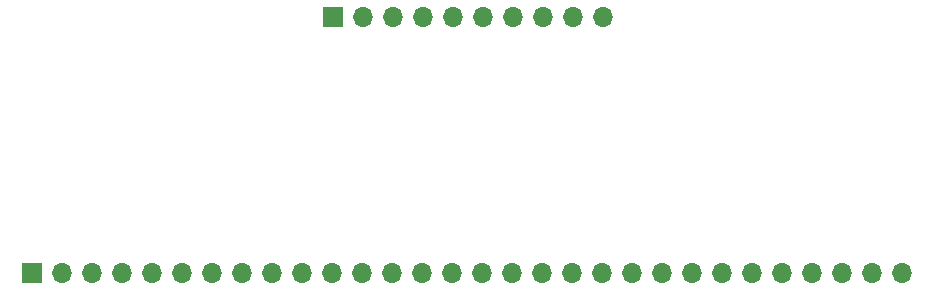
<source format=gbr>
%TF.GenerationSoftware,KiCad,Pcbnew,(5.1.10-1-10_14)*%
%TF.CreationDate,2021-09-30T16:16:12-04:00*%
%TF.ProjectId,bus-controller,6275732d-636f-46e7-9472-6f6c6c65722e,rev?*%
%TF.SameCoordinates,Original*%
%TF.FileFunction,Soldermask,Bot*%
%TF.FilePolarity,Negative*%
%FSLAX46Y46*%
G04 Gerber Fmt 4.6, Leading zero omitted, Abs format (unit mm)*
G04 Created by KiCad (PCBNEW (5.1.10-1-10_14)) date 2021-09-30 16:16:12*
%MOMM*%
%LPD*%
G01*
G04 APERTURE LIST*
%ADD10O,1.700000X1.700000*%
%ADD11R,1.700000X1.700000*%
G04 APERTURE END LIST*
D10*
%TO.C,J2*%
X160330000Y-110890000D03*
X157790000Y-110890000D03*
X155250000Y-110890000D03*
X152710000Y-110890000D03*
X150170000Y-110890000D03*
X147630000Y-110890000D03*
X145090000Y-110890000D03*
X142550000Y-110890000D03*
X140010000Y-110890000D03*
D11*
X137470000Y-110890000D03*
%TD*%
D10*
%TO.C,J1*%
X185674000Y-132580000D03*
X183134000Y-132580000D03*
X180594000Y-132580000D03*
X178054000Y-132580000D03*
X175514000Y-132580000D03*
X172974000Y-132580000D03*
X170434000Y-132580000D03*
X167894000Y-132580000D03*
X165354000Y-132580000D03*
X162814000Y-132580000D03*
X160274000Y-132580000D03*
X157734000Y-132580000D03*
X155194000Y-132580000D03*
X152654000Y-132580000D03*
X150114000Y-132580000D03*
X147574000Y-132580000D03*
X145034000Y-132580000D03*
X142494000Y-132580000D03*
X139954000Y-132580000D03*
X137414000Y-132580000D03*
X134874000Y-132580000D03*
X132334000Y-132580000D03*
X129794000Y-132580000D03*
X127254000Y-132580000D03*
X124714000Y-132580000D03*
X122174000Y-132580000D03*
X119634000Y-132580000D03*
X117094000Y-132580000D03*
X114554000Y-132580000D03*
D11*
X112014000Y-132580000D03*
%TD*%
M02*

</source>
